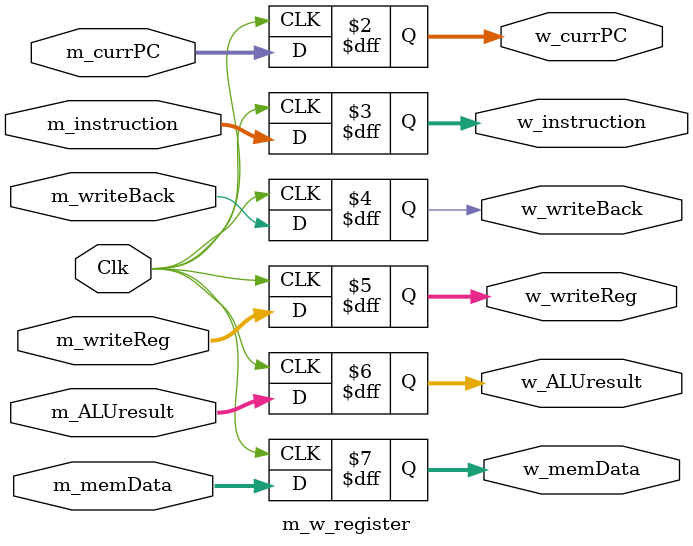
<source format=v>
`timescale 1ns / 1ps
module m_w_register(
    Clk,
    m_currPC,
    w_currPC,
    m_instruction,
    w_instruction,
    m_writeBack,
    w_writeBack,
    m_writeReg,
    w_writeReg,
    m_ALUresult,
    w_ALUresult,
    m_memData,
    w_memData
);

    input Clk;

    input [31:0] m_currPC;
    output reg [31:0] w_currPC;

    input [31:0] m_instruction;
    output reg [31:0] w_instruction;

    input m_writeBack;
    output reg w_writeBack;

    input [4:0] m_writeReg;
    output reg [4:0] w_writeReg;

    input [31:0] m_ALUresult;
    output reg [31:0] w_ALUresult;

    input [31:0] m_memData;
    output reg [31:0] w_memData;

    always@(posedge Clk)begin
        w_currPC <= m_currPC;
        w_instruction <= m_instruction;
        w_writeBack <= m_writeBack;
        w_writeReg <= m_writeReg;
        w_ALUresult <= m_ALUresult;
        w_memData <= m_memData;
    end

endmodule
</source>
